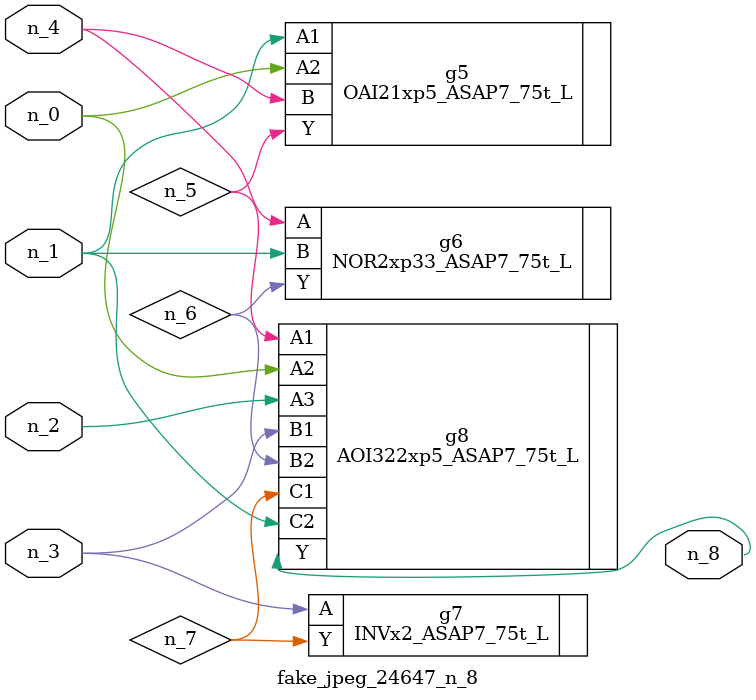
<source format=v>
module fake_jpeg_24647_n_8 (n_3, n_2, n_1, n_0, n_4, n_8);

input n_3;
input n_2;
input n_1;
input n_0;
input n_4;

output n_8;

wire n_6;
wire n_5;
wire n_7;

OAI21xp5_ASAP7_75t_L g5 ( 
.A1(n_1),
.A2(n_0),
.B(n_4),
.Y(n_5)
);

NOR2xp33_ASAP7_75t_L g6 ( 
.A(n_4),
.B(n_1),
.Y(n_6)
);

INVx2_ASAP7_75t_L g7 ( 
.A(n_3),
.Y(n_7)
);

AOI322xp5_ASAP7_75t_L g8 ( 
.A1(n_5),
.A2(n_0),
.A3(n_2),
.B1(n_3),
.B2(n_6),
.C1(n_7),
.C2(n_1),
.Y(n_8)
);


endmodule
</source>
